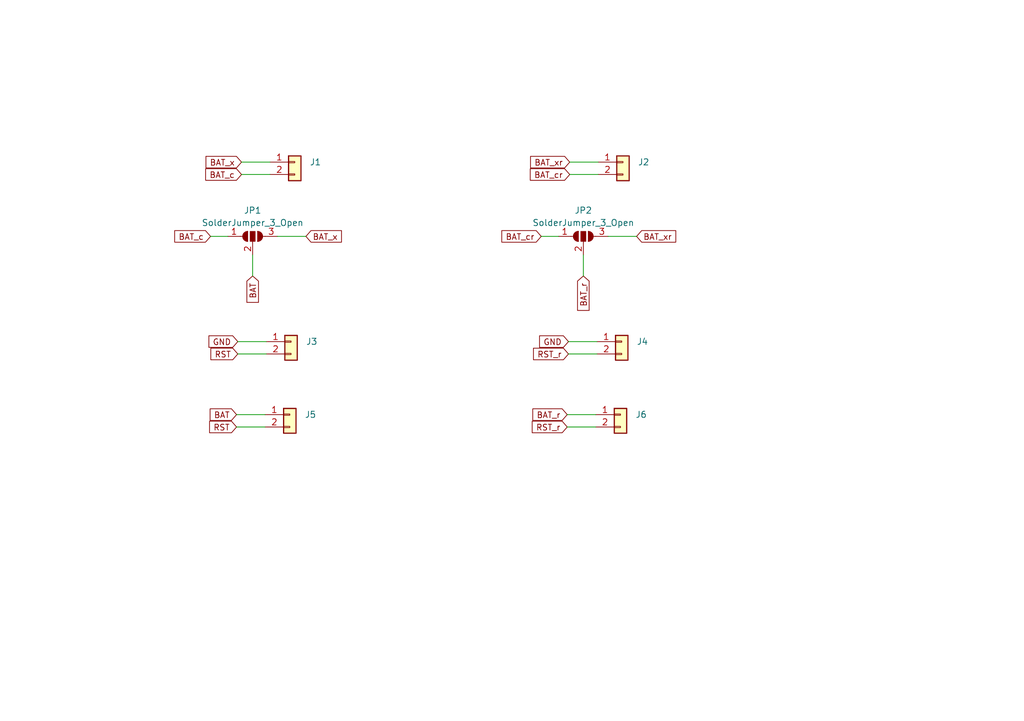
<source format=kicad_sch>
(kicad_sch (version 20231120) (generator "eeschema") (generator_version "8.0")
  (paper "A5")
  (title_block (title "Non Nemo Low Profile Bottom") (date "2025-04-09") (rev "0.2.0"))
  (lib_symbols
    (symbol "Connector_Generic:Conn_01x02" (pin_names (offset 1.016) hide)
      (property "Reference" "J" (at 0 2.54 0))
      (property "Value" "Conn_01x02" (at 0 -5.08 0))
      (symbol "Conn_01x02_1_1"
        (rectangle (start -1.27 -2.413) (end 0 -2.667) (stroke (width 0.1524)))
        (rectangle (start -1.27 0.127) (end 0 -0.127) (stroke (width 0.1524)))
        (rectangle (start -1.27 1.27) (end 1.27 -3.81) (stroke (width 0.254)) (fill (type background)))
        (pin passive line (at -5.08 0 0) (length 3.81) (name "Pin_1") (number "1"))
        (pin passive line (at -5.08 -2.54 0) (length 3.81) (name "Pin_2") (number "2"))
      )
    )
    (symbol "Jumper:SolderJumper_3_Open" (pin_names (offset 0) hide) (exclude_from_sim yes) (in_bom no)
      (property "Reference" "JP" (at -2.54 -2.54 0))
      (property "Value" "SolderJumper_3_Open" (at 0 2.794 0))
      (symbol "SolderJumper_3_Open_0_1"
        (arc (start -1.016 1.016) (mid -2.0276 0) (end -1.016 -1.016))
        (arc (start -1.016 1.016) (mid -2.0276 0) (end -1.016 -1.016) (fill (type outline)))
        (rectangle (start -0.508 1.016) (end 0.508 -1.016) (fill (type outline)))
        (polyline (pts (xy -2.54 0) (xy -2.032 0)))
        (polyline (pts (xy -1.016 1.016) (xy -1.016 -1.016)))
        (polyline (pts (xy 0 -1.27) (xy 0 -1.016)))
        (polyline (pts (xy 1.016 1.016) (xy 1.016 -1.016)))
        (polyline (pts (xy 2.54 0) (xy 2.032 0)))
        (arc (start 1.016 -1.016) (mid 2.0276 0) (end 1.016 1.016))
        (arc (start 1.016 -1.016) (mid 2.0276 0) (end 1.016 1.016) (fill (type outline)))
      )
      (symbol "SolderJumper_3_Open_1_1"
        (pin passive line (at -5.08 0 0) (length 2.54) (name "A") (number "1"))
        (pin passive line (at 0 -3.81 90) (length 2.54) (name "C") (number "2"))
        (pin passive line (at 5.08 0 180) (length 2.54) (name "B") (number "3"))
      )
    )
  )
  (wire (pts (xy 116.332 85.09) (xy 122.174 85.09)))
  (wire (pts (xy 116.586 70.104) (xy 122.428 70.104)))
  (wire (pts (xy 43.18 48.514) (xy 46.736 48.514)))
  (wire (pts (xy 110.998 48.514) (xy 114.554 48.514)))
  (wire (pts (xy 119.634 56.642) (xy 119.634 52.324)))
  (wire (pts (xy 130.556 48.514) (xy 124.714 48.514)))
  (wire (pts (xy 48.768 72.644) (xy 54.61 72.644)))
  (wire (pts (xy 116.84 35.814) (xy 122.682 35.814)))
  (wire (pts (xy 48.514 85.09) (xy 54.356 85.09)))
  (wire (pts (xy 116.332 87.63) (xy 122.174 87.63)))
  (wire (pts (xy 49.53 35.814) (xy 55.372 35.814)))
  (wire (pts (xy 116.586 72.644) (xy 122.428 72.644)))
  (wire (pts (xy 48.768 70.104) (xy 54.61 70.104)))
  (wire (pts (xy 116.84 33.274) (xy 122.682 33.274)))
  (wire (pts (xy 48.514 87.63) (xy 54.356 87.63)))
  (wire (pts (xy 49.53 33.274) (xy 55.372 33.274)))
  (wire (pts (xy 51.816 56.642) (xy 51.816 52.324)))
  (wire (pts (xy 62.738 48.514) (xy 56.896 48.514)))
  (global_label "BAT_r" (shape input) (at 119.634 56.642 270) (effects (font (size 1.1938 1.1938))) (property "Intersheetrefs" "${INTERSHEET_REFS}" (effects (hide yes))))
  (global_label "BAT_x" (shape input) (at 62.738 48.514 0) (effects (font (size 1.1938 1.1938))) (property "Intersheetrefs" "${INTERSHEET_REFS}" (effects (hide yes))))
  (global_label "RST_r" (shape input) (at 116.586 72.644 180) (effects (font (size 1.1938 1.1938))) (property "Intersheetrefs" "${INTERSHEET_REFS}" (effects (hide yes))))
  (global_label "BAT_c" (shape input) (at 49.53 35.814 180) (effects (font (size 1.1938 1.1938))) (property "Intersheetrefs" "${INTERSHEET_REFS}" (effects (hide yes))))
  (global_label "BAT" (shape input) (at 51.816 56.642 270) (effects (font (size 1.1938 1.1938))) (property "Intersheetrefs" "${INTERSHEET_REFS}" (effects (hide yes))))
  (global_label "BAT_r" (shape input) (at 116.332 85.09 180) (effects (font (size 1.1938 1.1938))) (property "Intersheetrefs" "${INTERSHEET_REFS}" (effects (hide yes))))
  (global_label "BAT_xr" (shape input) (at 116.84 33.274 180) (effects (font (size 1.1938 1.1938))) (property "Intersheetrefs" "${INTERSHEET_REFS}" (effects (hide yes))))
  (global_label "BAT_xr" (shape input) (at 130.556 48.514 0) (effects (font (size 1.1938 1.1938))) (property "Intersheetrefs" "${INTERSHEET_REFS}" (effects (hide yes))))
  (global_label "BAT_c" (shape input) (at 43.18 48.514 180) (effects (font (size 1.1938 1.1938))) (property "Intersheetrefs" "${INTERSHEET_REFS}" (effects (hide yes))))
  (global_label "RST" (shape input) (at 48.768 72.644 180) (effects (font (size 1.1938 1.1938))) (property "Intersheetrefs" "${INTERSHEET_REFS}" (effects (hide yes))))
  (global_label "GND" (shape input) (at 116.586 70.104 180) (effects (font (size 1.1938 1.1938))) (property "Intersheetrefs" "${INTERSHEET_REFS}" (effects (hide yes))))
  (global_label "BAT" (shape input) (at 48.514 85.09 180) (effects (font (size 1.1938 1.1938))) (property "Intersheetrefs" "${INTERSHEET_REFS}" (effects (hide yes))))
  (global_label "BAT_cr" (shape input) (at 116.84 35.814 180) (effects (font (size 1.1938 1.1938))) (property "Intersheetrefs" "${INTERSHEET_REFS}" (effects (hide yes))))
  (global_label "BAT_cr" (shape input) (at 110.998 48.514 180) (effects (font (size 1.1938 1.1938))) (property "Intersheetrefs" "${INTERSHEET_REFS}" (effects (hide yes))))
  (global_label "RST" (shape input) (at 48.514 87.63 180) (effects (font (size 1.1938 1.1938))) (property "Intersheetrefs" "${INTERSHEET_REFS}" (effects (hide yes))))
  (global_label "RST_r" (shape input) (at 116.332 87.63 180) (effects (font (size 1.1938 1.1938))) (property "Intersheetrefs" "${INTERSHEET_REFS}" (effects (hide yes))))
  (global_label "GND" (shape input) (at 48.768 70.104 180) (effects (font (size 1.1938 1.1938))) (property "Intersheetrefs" "${INTERSHEET_REFS}" (effects (hide yes))))
  (global_label "BAT_x" (shape input) (at 49.53 33.274 180) (effects (font (size 1.1938 1.1938))) (property "Intersheetrefs" "${INTERSHEET_REFS}" (effects (hide yes))))
  (symbol (lib_id "Jumper:SolderJumper_3_Open") (at 51.816 48.514 0) (unit 1) (exclude_from_sim yes) (in_bom no)
    (property "Reference" "JP1" (at 51.816 43.18 0))
    (property "Value" "SolderJumper_3_Open" (at 51.816 45.72 0))
    (property "Description" "Solder Jumper, 3-pole, open" (effects (hide yes)))
  )
  (symbol (lib_id "Connector_Generic:Conn_01x02") (at 59.436 85.09 0) (unit 1)
    (property "Reference" "J5" (at 62.484 85.0899 0) (effects (justify left)))
    (property "Value" "Conn_01x02" (effects (hide yes)))
    (property "Footprint" "TB2086_MISC:Tag_Pogopin_1x02_P2.54mm" (effects (hide yes)))
    (property "Description" "Generic connector, single row, 01x02, script generated (kicad-library-utils/schlib/autogen/connector/)" (effects (hide yes)))
  )
  (symbol (lib_id "Connector_Generic:Conn_01x02") (at 127.762 33.274 0) (unit 1)
    (property "Reference" "J2" (at 130.81 33.2739 0) (effects (justify left)))
    (property "Value" "Conn_01x02" (effects (hide yes)))
    (property "Footprint" "TB2086_MISC:Tag_Pogopin_1x02_P2.54mm" (effects (hide yes)))
    (property "Description" "Generic connector, single row, 01x02, script generated (kicad-library-utils/schlib/autogen/connector/)" (effects (hide yes)))
  )
  (symbol (lib_id "Jumper:SolderJumper_3_Open") (at 119.634 48.514 0) (unit 1) (exclude_from_sim yes) (in_bom no)
    (property "Reference" "JP2" (at 119.634 43.18 0))
    (property "Value" "SolderJumper_3_Open" (at 119.634 45.72 0))
    (property "Description" "Solder Jumper, 3-pole, open" (effects (hide yes)))
  )
  (symbol (lib_id "Connector_Generic:Conn_01x02") (at 127.254 85.09 0) (unit 1)
    (property "Reference" "J6" (at 130.302 85.0899 0) (effects (justify left)))
    (property "Value" "Conn_01x02" (effects (hide yes)))
    (property "Footprint" "TB2086_MISC:Tag_Pogopin_1x02_P2.54mm" (effects (hide yes)))
    (property "Description" "Generic connector, single row, 01x02, script generated (kicad-library-utils/schlib/autogen/connector/)" (effects (hide yes)))
  )
  (symbol (lib_id "Connector_Generic:Conn_01x02") (at 59.69 70.104 0) (unit 1)
    (property "Reference" "J3" (at 62.738 70.1039 0) (effects (justify left)))
    (property "Value" "Conn_01x02" (effects (hide yes)))
    (property "Footprint" "TB2086_MISC:Tag_Pogopin_1x02_P2.54mm" (effects (hide yes)))
    (property "Description" "Generic connector, single row, 01x02, script generated (kicad-library-utils/schlib/autogen/connector/)" (effects (hide yes)))
  )
  (symbol (lib_id "Connector_Generic:Conn_01x02") (at 127.508 70.104 0) (unit 1)
    (property "Reference" "J4" (at 130.556 70.1039 0) (effects (justify left)))
    (property "Value" "Conn_01x02" (effects (hide yes)))
    (property "Footprint" "TB2086_MISC:Tag_Pogopin_1x02_P2.54mm" (effects (hide yes)))
    (property "Description" "Generic connector, single row, 01x02, script generated (kicad-library-utils/schlib/autogen/connector/)" (effects (hide yes)))
  )
  (symbol (lib_id "Connector_Generic:Conn_01x02") (at 60.452 33.274 0) (unit 1)
    (property "Reference" "J1" (at 63.5 33.2739 0) (effects (justify left)))
    (property "Value" "Conn_01x02" (effects (hide yes)))
    (property "Footprint" "TB2086_MISC:Tag_Pogopin_1x02_P2.54mm" (effects (hide yes)))
    (property "Description" "Generic connector, single row, 01x02, script generated (kicad-library-utils/schlib/autogen/connector/)" (effects (hide yes)))
  )
)
</source>
